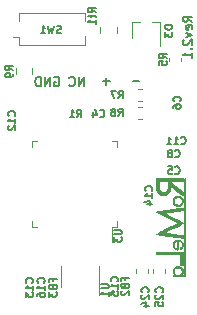
<source format=gbr>
G04 #@! TF.GenerationSoftware,KiCad,Pcbnew,(5.1.5)-2*
G04 #@! TF.CreationDate,2020-02-06T19:09:09-08:00*
G04 #@! TF.ProjectId,USB2RoMeLa_Boosted,55534232-526f-44d6-954c-615f426f6f73,rev?*
G04 #@! TF.SameCoordinates,Original*
G04 #@! TF.FileFunction,Legend,Bot*
G04 #@! TF.FilePolarity,Positive*
%FSLAX46Y46*%
G04 Gerber Fmt 4.6, Leading zero omitted, Abs format (unit mm)*
G04 Created by KiCad (PCBNEW (5.1.5)-2) date 2020-02-06 19:09:09*
%MOMM*%
%LPD*%
G04 APERTURE LIST*
%ADD10C,0.127000*%
%ADD11C,0.120000*%
%ADD12C,0.010000*%
G04 APERTURE END LIST*
D10*
X139298714Y-68344714D02*
X139298714Y-67582714D01*
X138863285Y-68344714D01*
X138863285Y-67582714D01*
X138065000Y-68272142D02*
X138101285Y-68308428D01*
X138210142Y-68344714D01*
X138282714Y-68344714D01*
X138391571Y-68308428D01*
X138464142Y-68235857D01*
X138500428Y-68163285D01*
X138536714Y-68018142D01*
X138536714Y-67909285D01*
X138500428Y-67764142D01*
X138464142Y-67691571D01*
X138391571Y-67619000D01*
X138282714Y-67582714D01*
X138210142Y-67582714D01*
X138101285Y-67619000D01*
X138065000Y-67655285D01*
X136780571Y-67619000D02*
X136853142Y-67582714D01*
X136962000Y-67582714D01*
X137070857Y-67619000D01*
X137143428Y-67691571D01*
X137179714Y-67764142D01*
X137216000Y-67909285D01*
X137216000Y-68018142D01*
X137179714Y-68163285D01*
X137143428Y-68235857D01*
X137070857Y-68308428D01*
X136962000Y-68344714D01*
X136889428Y-68344714D01*
X136780571Y-68308428D01*
X136744285Y-68272142D01*
X136744285Y-68018142D01*
X136889428Y-68018142D01*
X136417714Y-68344714D02*
X136417714Y-67582714D01*
X135982285Y-68344714D01*
X135982285Y-67582714D01*
X135619428Y-68344714D02*
X135619428Y-67582714D01*
X135438000Y-67582714D01*
X135329142Y-67619000D01*
X135256571Y-67691571D01*
X135220285Y-67764142D01*
X135184000Y-67909285D01*
X135184000Y-68018142D01*
X135220285Y-68163285D01*
X135256571Y-68235857D01*
X135329142Y-68308428D01*
X135438000Y-68344714D01*
X135619428Y-68344714D01*
X143990285Y-67954428D02*
X143409714Y-67954428D01*
X141490285Y-67954428D02*
X140909714Y-67954428D01*
X141200000Y-68244714D02*
X141200000Y-67664142D01*
X148444714Y-62911857D02*
X148081857Y-62657857D01*
X148444714Y-62476428D02*
X147682714Y-62476428D01*
X147682714Y-62766714D01*
X147719000Y-62839285D01*
X147755285Y-62875571D01*
X147827857Y-62911857D01*
X147936714Y-62911857D01*
X148009285Y-62875571D01*
X148045571Y-62839285D01*
X148081857Y-62766714D01*
X148081857Y-62476428D01*
X148408428Y-63528714D02*
X148444714Y-63456142D01*
X148444714Y-63311000D01*
X148408428Y-63238428D01*
X148335857Y-63202142D01*
X148045571Y-63202142D01*
X147973000Y-63238428D01*
X147936714Y-63311000D01*
X147936714Y-63456142D01*
X147973000Y-63528714D01*
X148045571Y-63565000D01*
X148118142Y-63565000D01*
X148190714Y-63202142D01*
X147936714Y-63819000D02*
X148444714Y-64000428D01*
X147936714Y-64181857D01*
X147755285Y-64435857D02*
X147719000Y-64472142D01*
X147682714Y-64544714D01*
X147682714Y-64726142D01*
X147719000Y-64798714D01*
X147755285Y-64835000D01*
X147827857Y-64871285D01*
X147900428Y-64871285D01*
X148009285Y-64835000D01*
X148444714Y-64399571D01*
X148444714Y-64871285D01*
X148372142Y-65197857D02*
X148408428Y-65234142D01*
X148444714Y-65197857D01*
X148408428Y-65161571D01*
X148372142Y-65197857D01*
X148444714Y-65197857D01*
X148444714Y-65959857D02*
X148444714Y-65524428D01*
X148444714Y-65742142D02*
X147682714Y-65742142D01*
X147791571Y-65669571D01*
X147864142Y-65597000D01*
X147900428Y-65524428D01*
D11*
X141660000Y-80260000D02*
X141660000Y-81550000D01*
X142110000Y-80260000D02*
X141660000Y-80260000D01*
X142110000Y-79810000D02*
X142110000Y-80260000D01*
X142110000Y-73040000D02*
X141660000Y-73040000D01*
X142110000Y-73490000D02*
X142110000Y-73040000D01*
X134890000Y-80260000D02*
X135340000Y-80260000D01*
X134890000Y-79810000D02*
X134890000Y-80260000D01*
X134890000Y-73040000D02*
X135340000Y-73040000D01*
X134890000Y-73490000D02*
X134890000Y-73040000D01*
X143391200Y-64297020D02*
X143391200Y-62887020D01*
X145711200Y-62887020D02*
X145711200Y-64917020D01*
X145711200Y-62887020D02*
X145051200Y-62887020D01*
X144051200Y-62887020D02*
X143391200Y-62887020D01*
X139360000Y-62880000D02*
X139360000Y-62170000D01*
X133839000Y-62880000D02*
X133839000Y-62170000D01*
X139360000Y-64830000D02*
X139360000Y-64120000D01*
X133839000Y-64830000D02*
X139360000Y-64830000D01*
X133839000Y-64830000D02*
X133839000Y-64180000D01*
X133260000Y-64180000D02*
X133839000Y-64180000D01*
X133839000Y-62170000D02*
X139360000Y-62170000D01*
X140610000Y-83600000D02*
X140610000Y-86050000D01*
X137390000Y-85400000D02*
X137390000Y-83600000D01*
X142110000Y-63341422D02*
X142110000Y-63858578D01*
X140690000Y-63341422D02*
X140690000Y-63858578D01*
X133511500Y-67335078D02*
X133511500Y-66817922D01*
X134931500Y-67335078D02*
X134931500Y-66817922D01*
X143850421Y-70084400D02*
X144175979Y-70084400D01*
X143850421Y-71104400D02*
X144175979Y-71104400D01*
X143850421Y-68585800D02*
X144175979Y-68585800D01*
X143850421Y-69605800D02*
X144175979Y-69605800D01*
X147510000Y-65937221D02*
X147510000Y-66262779D01*
X146490000Y-65937221D02*
X146490000Y-66262779D01*
X145141500Y-84142979D02*
X145141500Y-83817421D01*
X146161500Y-84142979D02*
X146161500Y-83817421D01*
X143681000Y-84142979D02*
X143681000Y-83817421D01*
X144701000Y-84142979D02*
X144701000Y-83817421D01*
D12*
G36*
X147789003Y-80803629D02*
G01*
X147789026Y-81256085D01*
X147789086Y-81669694D01*
X147789201Y-82046201D01*
X147789388Y-82387349D01*
X147789665Y-82694881D01*
X147790050Y-82970541D01*
X147790561Y-83216072D01*
X147791215Y-83433219D01*
X147792031Y-83623724D01*
X147793025Y-83789331D01*
X147794216Y-83931784D01*
X147795622Y-84052826D01*
X147797260Y-84154200D01*
X147799147Y-84237652D01*
X147801302Y-84304922D01*
X147803743Y-84357757D01*
X147806487Y-84397898D01*
X147809552Y-84427089D01*
X147812955Y-84447075D01*
X147816715Y-84459598D01*
X147820849Y-84466402D01*
X147825375Y-84469231D01*
X147830310Y-84469828D01*
X147831333Y-84469834D01*
X147836351Y-84469471D01*
X147840956Y-84467220D01*
X147845166Y-84461337D01*
X147848998Y-84450079D01*
X147852470Y-84431702D01*
X147855600Y-84404463D01*
X147858406Y-84366618D01*
X147860905Y-84316424D01*
X147863115Y-84252136D01*
X147865054Y-84172013D01*
X147866740Y-84074309D01*
X147868190Y-83957281D01*
X147869422Y-83819187D01*
X147870454Y-83658281D01*
X147871303Y-83472822D01*
X147871988Y-83261064D01*
X147872525Y-83021266D01*
X147872934Y-82751682D01*
X147873231Y-82450570D01*
X147873435Y-82116187D01*
X147873562Y-81746787D01*
X147873631Y-81340629D01*
X147873660Y-80895968D01*
X147873666Y-80411061D01*
X147873666Y-80310584D01*
X147873662Y-79817538D01*
X147873640Y-79365082D01*
X147873580Y-78951473D01*
X147873465Y-78574966D01*
X147873278Y-78233818D01*
X147873001Y-77926286D01*
X147872616Y-77650626D01*
X147872105Y-77405095D01*
X147871450Y-77187948D01*
X147870635Y-76997443D01*
X147869640Y-76831836D01*
X147868449Y-76689383D01*
X147867044Y-76568341D01*
X147865406Y-76466967D01*
X147863518Y-76383515D01*
X147861363Y-76316245D01*
X147858922Y-76263410D01*
X147856179Y-76223269D01*
X147853114Y-76194078D01*
X147849710Y-76174092D01*
X147845951Y-76161569D01*
X147841817Y-76154765D01*
X147837291Y-76151936D01*
X147832356Y-76151339D01*
X147831333Y-76151334D01*
X147826315Y-76151696D01*
X147821709Y-76153947D01*
X147817500Y-76159830D01*
X147813668Y-76171088D01*
X147810195Y-76189465D01*
X147807065Y-76216704D01*
X147804259Y-76254549D01*
X147801760Y-76304743D01*
X147799550Y-76369031D01*
X147797611Y-76449154D01*
X147795926Y-76546858D01*
X147794476Y-76663886D01*
X147793244Y-76801980D01*
X147792212Y-76962886D01*
X147791363Y-77148345D01*
X147790678Y-77360103D01*
X147790140Y-77599901D01*
X147789732Y-77869485D01*
X147789435Y-78170597D01*
X147789231Y-78504980D01*
X147789104Y-78874380D01*
X147789034Y-79280538D01*
X147789006Y-79725199D01*
X147789000Y-80210106D01*
X147789000Y-80310584D01*
X147789003Y-80803629D01*
G37*
X147789003Y-80803629D02*
X147789026Y-81256085D01*
X147789086Y-81669694D01*
X147789201Y-82046201D01*
X147789388Y-82387349D01*
X147789665Y-82694881D01*
X147790050Y-82970541D01*
X147790561Y-83216072D01*
X147791215Y-83433219D01*
X147792031Y-83623724D01*
X147793025Y-83789331D01*
X147794216Y-83931784D01*
X147795622Y-84052826D01*
X147797260Y-84154200D01*
X147799147Y-84237652D01*
X147801302Y-84304922D01*
X147803743Y-84357757D01*
X147806487Y-84397898D01*
X147809552Y-84427089D01*
X147812955Y-84447075D01*
X147816715Y-84459598D01*
X147820849Y-84466402D01*
X147825375Y-84469231D01*
X147830310Y-84469828D01*
X147831333Y-84469834D01*
X147836351Y-84469471D01*
X147840956Y-84467220D01*
X147845166Y-84461337D01*
X147848998Y-84450079D01*
X147852470Y-84431702D01*
X147855600Y-84404463D01*
X147858406Y-84366618D01*
X147860905Y-84316424D01*
X147863115Y-84252136D01*
X147865054Y-84172013D01*
X147866740Y-84074309D01*
X147868190Y-83957281D01*
X147869422Y-83819187D01*
X147870454Y-83658281D01*
X147871303Y-83472822D01*
X147871988Y-83261064D01*
X147872525Y-83021266D01*
X147872934Y-82751682D01*
X147873231Y-82450570D01*
X147873435Y-82116187D01*
X147873562Y-81746787D01*
X147873631Y-81340629D01*
X147873660Y-80895968D01*
X147873666Y-80411061D01*
X147873666Y-80310584D01*
X147873662Y-79817538D01*
X147873640Y-79365082D01*
X147873580Y-78951473D01*
X147873465Y-78574966D01*
X147873278Y-78233818D01*
X147873001Y-77926286D01*
X147872616Y-77650626D01*
X147872105Y-77405095D01*
X147871450Y-77187948D01*
X147870635Y-76997443D01*
X147869640Y-76831836D01*
X147868449Y-76689383D01*
X147867044Y-76568341D01*
X147865406Y-76466967D01*
X147863518Y-76383515D01*
X147861363Y-76316245D01*
X147858922Y-76263410D01*
X147856179Y-76223269D01*
X147853114Y-76194078D01*
X147849710Y-76174092D01*
X147845951Y-76161569D01*
X147841817Y-76154765D01*
X147837291Y-76151936D01*
X147832356Y-76151339D01*
X147831333Y-76151334D01*
X147826315Y-76151696D01*
X147821709Y-76153947D01*
X147817500Y-76159830D01*
X147813668Y-76171088D01*
X147810195Y-76189465D01*
X147807065Y-76216704D01*
X147804259Y-76254549D01*
X147801760Y-76304743D01*
X147799550Y-76369031D01*
X147797611Y-76449154D01*
X147795926Y-76546858D01*
X147794476Y-76663886D01*
X147793244Y-76801980D01*
X147792212Y-76962886D01*
X147791363Y-77148345D01*
X147790678Y-77360103D01*
X147790140Y-77599901D01*
X147789732Y-77869485D01*
X147789435Y-78170597D01*
X147789231Y-78504980D01*
X147789104Y-78874380D01*
X147789034Y-79280538D01*
X147789006Y-79725199D01*
X147789000Y-80210106D01*
X147789000Y-80310584D01*
X147789003Y-80803629D01*
G36*
X145402648Y-76622292D02*
G01*
X145407644Y-76800593D01*
X145414302Y-76942734D01*
X145423962Y-77054885D01*
X145437961Y-77143219D01*
X145457635Y-77213907D01*
X145484324Y-77273121D01*
X145519365Y-77327031D01*
X145564096Y-77381811D01*
X145568328Y-77386637D01*
X145675325Y-77484996D01*
X145793785Y-77546172D01*
X145931930Y-77573789D01*
X145998511Y-77576252D01*
X146161442Y-77558830D01*
X146301640Y-77508006D01*
X146416383Y-77424889D01*
X146445303Y-77393978D01*
X146506057Y-77310449D01*
X146551428Y-77215848D01*
X146585615Y-77099361D01*
X146609745Y-76970389D01*
X146635416Y-76805194D01*
X147132833Y-77190141D01*
X147259597Y-77288259D01*
X147376225Y-77378562D01*
X147478309Y-77457634D01*
X147561441Y-77522060D01*
X147621211Y-77568423D01*
X147653211Y-77593309D01*
X147656708Y-77596052D01*
X147671210Y-77598480D01*
X147679490Y-77573162D01*
X147682880Y-77514125D01*
X147683166Y-77477435D01*
X147683166Y-77337853D01*
X147154723Y-76929802D01*
X147007308Y-76815747D01*
X146890094Y-76724271D01*
X146799634Y-76652266D01*
X146732479Y-76596625D01*
X146685182Y-76554239D01*
X146654292Y-76522002D01*
X146636363Y-76496807D01*
X146627946Y-76475545D01*
X146625592Y-76455109D01*
X146625557Y-76452959D01*
X146624833Y-76384167D01*
X147683166Y-76384167D01*
X147683166Y-76151334D01*
X146392000Y-76151334D01*
X146392000Y-76384167D01*
X146391881Y-76685792D01*
X146390309Y-76801839D01*
X146386082Y-76909276D01*
X146379798Y-76997751D01*
X146372056Y-77056914D01*
X146369901Y-77066135D01*
X146318400Y-77178384D01*
X146236924Y-77265229D01*
X146132377Y-77321379D01*
X146011659Y-77341549D01*
X146010382Y-77341551D01*
X145884849Y-77322868D01*
X145778589Y-77268540D01*
X145696902Y-77181517D01*
X145676191Y-77148551D01*
X145661128Y-77116826D01*
X145650641Y-77078884D01*
X145643659Y-77027265D01*
X145639110Y-76954508D01*
X145635921Y-76853156D01*
X145633507Y-76740325D01*
X145626431Y-76384167D01*
X146392000Y-76384167D01*
X146392000Y-76151334D01*
X145391707Y-76151334D01*
X145402648Y-76622292D01*
G37*
X145402648Y-76622292D02*
X145407644Y-76800593D01*
X145414302Y-76942734D01*
X145423962Y-77054885D01*
X145437961Y-77143219D01*
X145457635Y-77213907D01*
X145484324Y-77273121D01*
X145519365Y-77327031D01*
X145564096Y-77381811D01*
X145568328Y-77386637D01*
X145675325Y-77484996D01*
X145793785Y-77546172D01*
X145931930Y-77573789D01*
X145998511Y-77576252D01*
X146161442Y-77558830D01*
X146301640Y-77508006D01*
X146416383Y-77424889D01*
X146445303Y-77393978D01*
X146506057Y-77310449D01*
X146551428Y-77215848D01*
X146585615Y-77099361D01*
X146609745Y-76970389D01*
X146635416Y-76805194D01*
X147132833Y-77190141D01*
X147259597Y-77288259D01*
X147376225Y-77378562D01*
X147478309Y-77457634D01*
X147561441Y-77522060D01*
X147621211Y-77568423D01*
X147653211Y-77593309D01*
X147656708Y-77596052D01*
X147671210Y-77598480D01*
X147679490Y-77573162D01*
X147682880Y-77514125D01*
X147683166Y-77477435D01*
X147683166Y-77337853D01*
X147154723Y-76929802D01*
X147007308Y-76815747D01*
X146890094Y-76724271D01*
X146799634Y-76652266D01*
X146732479Y-76596625D01*
X146685182Y-76554239D01*
X146654292Y-76522002D01*
X146636363Y-76496807D01*
X146627946Y-76475545D01*
X146625592Y-76455109D01*
X146625557Y-76452959D01*
X146624833Y-76384167D01*
X147683166Y-76384167D01*
X147683166Y-76151334D01*
X146392000Y-76151334D01*
X146392000Y-76384167D01*
X146391881Y-76685792D01*
X146390309Y-76801839D01*
X146386082Y-76909276D01*
X146379798Y-76997751D01*
X146372056Y-77056914D01*
X146369901Y-77066135D01*
X146318400Y-77178384D01*
X146236924Y-77265229D01*
X146132377Y-77321379D01*
X146011659Y-77341549D01*
X146010382Y-77341551D01*
X145884849Y-77322868D01*
X145778589Y-77268540D01*
X145696902Y-77181517D01*
X145676191Y-77148551D01*
X145661128Y-77116826D01*
X145650641Y-77078884D01*
X145643659Y-77027265D01*
X145639110Y-76954508D01*
X145635921Y-76853156D01*
X145633507Y-76740325D01*
X145626431Y-76384167D01*
X146392000Y-76384167D01*
X146392000Y-76151334D01*
X145391707Y-76151334D01*
X145402648Y-76622292D01*
G36*
X146798683Y-78067202D02*
G01*
X146800365Y-78092053D01*
X146817967Y-78201653D01*
X146850439Y-78287662D01*
X146855030Y-78295485D01*
X146937991Y-78392731D01*
X147042405Y-78458996D01*
X147160187Y-78493624D01*
X147283253Y-78495961D01*
X147403519Y-78465352D01*
X147512899Y-78401141D01*
X147563995Y-78352928D01*
X147640934Y-78239995D01*
X147676732Y-78118045D01*
X147670998Y-77989002D01*
X147652161Y-77921656D01*
X147592595Y-77813898D01*
X147499661Y-77721387D01*
X147420327Y-77671155D01*
X147356066Y-77645333D01*
X147285703Y-77635231D01*
X147268134Y-77635616D01*
X147268134Y-77740048D01*
X147370699Y-77766609D01*
X147461247Y-77822741D01*
X147529595Y-77905612D01*
X147535779Y-77917135D01*
X147567353Y-78017913D01*
X147567233Y-78123059D01*
X147536153Y-78217841D01*
X147519506Y-78243960D01*
X147432019Y-78331608D01*
X147331661Y-78382056D01*
X147225390Y-78395508D01*
X147120162Y-78372164D01*
X147022936Y-78312229D01*
X146948128Y-78227325D01*
X146906247Y-78130658D01*
X146902974Y-78028886D01*
X146936383Y-77929105D01*
X147004545Y-77838416D01*
X147067675Y-77786962D01*
X147163732Y-77745888D01*
X147268134Y-77740048D01*
X147268134Y-77635616D01*
X147203804Y-77637027D01*
X147067906Y-77664097D01*
X146955470Y-77726351D01*
X146866903Y-77823535D01*
X146841575Y-77865834D01*
X146811735Y-77930492D01*
X146798669Y-77990860D01*
X146798683Y-78067202D01*
G37*
X146798683Y-78067202D02*
X146800365Y-78092053D01*
X146817967Y-78201653D01*
X146850439Y-78287662D01*
X146855030Y-78295485D01*
X146937991Y-78392731D01*
X147042405Y-78458996D01*
X147160187Y-78493624D01*
X147283253Y-78495961D01*
X147403519Y-78465352D01*
X147512899Y-78401141D01*
X147563995Y-78352928D01*
X147640934Y-78239995D01*
X147676732Y-78118045D01*
X147670998Y-77989002D01*
X147652161Y-77921656D01*
X147592595Y-77813898D01*
X147499661Y-77721387D01*
X147420327Y-77671155D01*
X147356066Y-77645333D01*
X147285703Y-77635231D01*
X147268134Y-77635616D01*
X147268134Y-77740048D01*
X147370699Y-77766609D01*
X147461247Y-77822741D01*
X147529595Y-77905612D01*
X147535779Y-77917135D01*
X147567353Y-78017913D01*
X147567233Y-78123059D01*
X147536153Y-78217841D01*
X147519506Y-78243960D01*
X147432019Y-78331608D01*
X147331661Y-78382056D01*
X147225390Y-78395508D01*
X147120162Y-78372164D01*
X147022936Y-78312229D01*
X146948128Y-78227325D01*
X146906247Y-78130658D01*
X146902974Y-78028886D01*
X146936383Y-77929105D01*
X147004545Y-77838416D01*
X147067675Y-77786962D01*
X147163732Y-77745888D01*
X147268134Y-77740048D01*
X147268134Y-77635616D01*
X147203804Y-77637027D01*
X147067906Y-77664097D01*
X146955470Y-77726351D01*
X146866903Y-77823535D01*
X146841575Y-77865834D01*
X146811735Y-77930492D01*
X146798669Y-77990860D01*
X146798683Y-78067202D01*
G36*
X145415581Y-78997006D02*
G01*
X145468407Y-79026197D01*
X145552014Y-79070257D01*
X145662776Y-79127334D01*
X145797062Y-79195574D01*
X145951244Y-79273122D01*
X146121695Y-79358125D01*
X146304784Y-79448730D01*
X146333791Y-79463023D01*
X147270416Y-79924275D01*
X146329922Y-80387668D01*
X146128475Y-80487475D01*
X145946203Y-80578882D01*
X145785872Y-80660441D01*
X145650247Y-80730706D01*
X145542095Y-80788227D01*
X145464182Y-80831560D01*
X145419274Y-80859254D01*
X145409172Y-80869474D01*
X145433403Y-80875935D01*
X145495540Y-80887560D01*
X145591555Y-80903722D01*
X145717418Y-80923793D01*
X145869101Y-80947146D01*
X146042573Y-80973154D01*
X146233807Y-81001189D01*
X146438772Y-81030623D01*
X146497833Y-81038996D01*
X146707431Y-81068694D01*
X146905691Y-81096913D01*
X147088392Y-81123046D01*
X147251314Y-81146481D01*
X147390237Y-81166610D01*
X147500941Y-81182823D01*
X147579206Y-81194510D01*
X147620813Y-81201061D01*
X147624958Y-81201818D01*
X147659120Y-81206606D01*
X147676340Y-81196625D01*
X147682421Y-81162257D01*
X147683166Y-81105351D01*
X147678020Y-81032983D01*
X147663617Y-80993040D01*
X147656708Y-80988007D01*
X147630360Y-80983133D01*
X147566871Y-80973255D01*
X147471049Y-80959064D01*
X147347701Y-80941255D01*
X147201634Y-80920520D01*
X147037655Y-80897555D01*
X146860572Y-80873052D01*
X146847902Y-80871310D01*
X146671137Y-80846887D01*
X146508044Y-80824109D01*
X146363268Y-80803643D01*
X146241449Y-80786156D01*
X146147230Y-80772314D01*
X146085254Y-80762785D01*
X146060161Y-80758236D01*
X146059870Y-80758093D01*
X146077020Y-80747905D01*
X146128364Y-80721094D01*
X146210046Y-80679589D01*
X146318208Y-80625320D01*
X146448994Y-80560218D01*
X146598547Y-80486211D01*
X146763010Y-80405230D01*
X146868676Y-80353394D01*
X147070580Y-80253791D01*
X147247728Y-80164991D01*
X147397863Y-80088182D01*
X147518730Y-80024551D01*
X147608072Y-79975287D01*
X147663634Y-79941578D01*
X147683159Y-79924612D01*
X147683166Y-79924454D01*
X147664386Y-79907837D01*
X147609557Y-79874417D01*
X147520946Y-79825390D01*
X147400822Y-79761954D01*
X147251450Y-79685304D01*
X147075099Y-79596637D01*
X146874036Y-79497149D01*
X146865688Y-79493048D01*
X146693828Y-79408383D01*
X146534604Y-79329437D01*
X146391852Y-79258151D01*
X146269408Y-79196463D01*
X146171106Y-79146312D01*
X146100782Y-79109636D01*
X146062273Y-79088375D01*
X146056063Y-79083776D01*
X146077648Y-79079550D01*
X146135608Y-79070440D01*
X146224364Y-79057223D01*
X146338337Y-79040675D01*
X146471948Y-79021572D01*
X146619620Y-79000690D01*
X146775773Y-78978804D01*
X146934829Y-78956692D01*
X147091208Y-78935128D01*
X147239333Y-78914890D01*
X147373625Y-78896752D01*
X147488504Y-78881492D01*
X147578393Y-78869885D01*
X147637713Y-78862706D01*
X147659932Y-78860667D01*
X147674160Y-78841149D01*
X147682147Y-78788774D01*
X147683166Y-78754834D01*
X147681227Y-78691794D01*
X147672204Y-78660330D01*
X147651285Y-78649745D01*
X147635541Y-78648939D01*
X147606691Y-78651829D01*
X147540839Y-78660062D01*
X147442884Y-78672951D01*
X147317725Y-78689807D01*
X147170260Y-78709943D01*
X147005390Y-78732669D01*
X146828013Y-78757297D01*
X146643028Y-78783141D01*
X146455334Y-78809510D01*
X146269831Y-78835717D01*
X146091417Y-78861075D01*
X145924992Y-78884893D01*
X145775455Y-78906486D01*
X145647705Y-78925163D01*
X145546641Y-78940238D01*
X145477161Y-78951022D01*
X145444791Y-78956683D01*
X145407688Y-78971419D01*
X145397166Y-78984539D01*
X145415581Y-78997006D01*
G37*
X145415581Y-78997006D02*
X145468407Y-79026197D01*
X145552014Y-79070257D01*
X145662776Y-79127334D01*
X145797062Y-79195574D01*
X145951244Y-79273122D01*
X146121695Y-79358125D01*
X146304784Y-79448730D01*
X146333791Y-79463023D01*
X147270416Y-79924275D01*
X146329922Y-80387668D01*
X146128475Y-80487475D01*
X145946203Y-80578882D01*
X145785872Y-80660441D01*
X145650247Y-80730706D01*
X145542095Y-80788227D01*
X145464182Y-80831560D01*
X145419274Y-80859254D01*
X145409172Y-80869474D01*
X145433403Y-80875935D01*
X145495540Y-80887560D01*
X145591555Y-80903722D01*
X145717418Y-80923793D01*
X145869101Y-80947146D01*
X146042573Y-80973154D01*
X146233807Y-81001189D01*
X146438772Y-81030623D01*
X146497833Y-81038996D01*
X146707431Y-81068694D01*
X146905691Y-81096913D01*
X147088392Y-81123046D01*
X147251314Y-81146481D01*
X147390237Y-81166610D01*
X147500941Y-81182823D01*
X147579206Y-81194510D01*
X147620813Y-81201061D01*
X147624958Y-81201818D01*
X147659120Y-81206606D01*
X147676340Y-81196625D01*
X147682421Y-81162257D01*
X147683166Y-81105351D01*
X147678020Y-81032983D01*
X147663617Y-80993040D01*
X147656708Y-80988007D01*
X147630360Y-80983133D01*
X147566871Y-80973255D01*
X147471049Y-80959064D01*
X147347701Y-80941255D01*
X147201634Y-80920520D01*
X147037655Y-80897555D01*
X146860572Y-80873052D01*
X146847902Y-80871310D01*
X146671137Y-80846887D01*
X146508044Y-80824109D01*
X146363268Y-80803643D01*
X146241449Y-80786156D01*
X146147230Y-80772314D01*
X146085254Y-80762785D01*
X146060161Y-80758236D01*
X146059870Y-80758093D01*
X146077020Y-80747905D01*
X146128364Y-80721094D01*
X146210046Y-80679589D01*
X146318208Y-80625320D01*
X146448994Y-80560218D01*
X146598547Y-80486211D01*
X146763010Y-80405230D01*
X146868676Y-80353394D01*
X147070580Y-80253791D01*
X147247728Y-80164991D01*
X147397863Y-80088182D01*
X147518730Y-80024551D01*
X147608072Y-79975287D01*
X147663634Y-79941578D01*
X147683159Y-79924612D01*
X147683166Y-79924454D01*
X147664386Y-79907837D01*
X147609557Y-79874417D01*
X147520946Y-79825390D01*
X147400822Y-79761954D01*
X147251450Y-79685304D01*
X147075099Y-79596637D01*
X146874036Y-79497149D01*
X146865688Y-79493048D01*
X146693828Y-79408383D01*
X146534604Y-79329437D01*
X146391852Y-79258151D01*
X146269408Y-79196463D01*
X146171106Y-79146312D01*
X146100782Y-79109636D01*
X146062273Y-79088375D01*
X146056063Y-79083776D01*
X146077648Y-79079550D01*
X146135608Y-79070440D01*
X146224364Y-79057223D01*
X146338337Y-79040675D01*
X146471948Y-79021572D01*
X146619620Y-79000690D01*
X146775773Y-78978804D01*
X146934829Y-78956692D01*
X147091208Y-78935128D01*
X147239333Y-78914890D01*
X147373625Y-78896752D01*
X147488504Y-78881492D01*
X147578393Y-78869885D01*
X147637713Y-78862706D01*
X147659932Y-78860667D01*
X147674160Y-78841149D01*
X147682147Y-78788774D01*
X147683166Y-78754834D01*
X147681227Y-78691794D01*
X147672204Y-78660330D01*
X147651285Y-78649745D01*
X147635541Y-78648939D01*
X147606691Y-78651829D01*
X147540839Y-78660062D01*
X147442884Y-78672951D01*
X147317725Y-78689807D01*
X147170260Y-78709943D01*
X147005390Y-78732669D01*
X146828013Y-78757297D01*
X146643028Y-78783141D01*
X146455334Y-78809510D01*
X146269831Y-78835717D01*
X146091417Y-78861075D01*
X145924992Y-78884893D01*
X145775455Y-78906486D01*
X145647705Y-78925163D01*
X145546641Y-78940238D01*
X145477161Y-78951022D01*
X145444791Y-78956683D01*
X145407688Y-78971419D01*
X145397166Y-78984539D01*
X145415581Y-78997006D01*
G36*
X146807492Y-81876450D02*
G01*
X146854087Y-81995632D01*
X146934991Y-82093054D01*
X147047200Y-82164159D01*
X147088366Y-82180315D01*
X147140277Y-82198031D01*
X147178627Y-82207182D01*
X147205463Y-82202888D01*
X147222835Y-82180269D01*
X147232793Y-82134444D01*
X147237385Y-82060532D01*
X147238661Y-81953653D01*
X147238666Y-81822318D01*
X147238666Y-81439637D01*
X147307458Y-81454346D01*
X147419328Y-81496676D01*
X147503293Y-81565341D01*
X147557250Y-81653111D01*
X147579091Y-81752756D01*
X147566712Y-81857046D01*
X147518007Y-81958752D01*
X147470799Y-82015201D01*
X147421118Y-82075131D01*
X147400747Y-82123289D01*
X147410762Y-82154147D01*
X147442014Y-82162667D01*
X147484566Y-82145244D01*
X147536276Y-82099990D01*
X147588377Y-82037426D01*
X147632104Y-81968073D01*
X147658641Y-81902652D01*
X147677786Y-81807825D01*
X147679089Y-81731923D01*
X147662090Y-81655268D01*
X147652161Y-81625822D01*
X147590768Y-81511348D01*
X147501997Y-81424177D01*
X147392867Y-81366937D01*
X147270402Y-81342260D01*
X147141623Y-81352775D01*
X147130040Y-81356906D01*
X147130040Y-81464167D01*
X147140494Y-81480632D01*
X147147840Y-81531654D01*
X147152268Y-81619670D01*
X147153968Y-81747121D01*
X147154000Y-81771084D01*
X147153051Y-81898305D01*
X147149940Y-81987871D01*
X147144264Y-82044421D01*
X147135625Y-82072596D01*
X147127541Y-82077921D01*
X147073989Y-82061332D01*
X147013445Y-82019393D01*
X146960044Y-81963435D01*
X146935347Y-81923842D01*
X146904059Y-81816348D01*
X146906983Y-81708075D01*
X146941644Y-81609172D01*
X147005568Y-81529787D01*
X147037043Y-81506834D01*
X147087922Y-81478998D01*
X147125501Y-81464680D01*
X147130040Y-81464167D01*
X147130040Y-81356906D01*
X147029734Y-81392685D01*
X146919802Y-81466039D01*
X146845989Y-81560163D01*
X146805861Y-81678710D01*
X146798211Y-81740069D01*
X146807492Y-81876450D01*
G37*
X146807492Y-81876450D02*
X146854087Y-81995632D01*
X146934991Y-82093054D01*
X147047200Y-82164159D01*
X147088366Y-82180315D01*
X147140277Y-82198031D01*
X147178627Y-82207182D01*
X147205463Y-82202888D01*
X147222835Y-82180269D01*
X147232793Y-82134444D01*
X147237385Y-82060532D01*
X147238661Y-81953653D01*
X147238666Y-81822318D01*
X147238666Y-81439637D01*
X147307458Y-81454346D01*
X147419328Y-81496676D01*
X147503293Y-81565341D01*
X147557250Y-81653111D01*
X147579091Y-81752756D01*
X147566712Y-81857046D01*
X147518007Y-81958752D01*
X147470799Y-82015201D01*
X147421118Y-82075131D01*
X147400747Y-82123289D01*
X147410762Y-82154147D01*
X147442014Y-82162667D01*
X147484566Y-82145244D01*
X147536276Y-82099990D01*
X147588377Y-82037426D01*
X147632104Y-81968073D01*
X147658641Y-81902652D01*
X147677786Y-81807825D01*
X147679089Y-81731923D01*
X147662090Y-81655268D01*
X147652161Y-81625822D01*
X147590768Y-81511348D01*
X147501997Y-81424177D01*
X147392867Y-81366937D01*
X147270402Y-81342260D01*
X147141623Y-81352775D01*
X147130040Y-81356906D01*
X147130040Y-81464167D01*
X147140494Y-81480632D01*
X147147840Y-81531654D01*
X147152268Y-81619670D01*
X147153968Y-81747121D01*
X147154000Y-81771084D01*
X147153051Y-81898305D01*
X147149940Y-81987871D01*
X147144264Y-82044421D01*
X147135625Y-82072596D01*
X147127541Y-82077921D01*
X147073989Y-82061332D01*
X147013445Y-82019393D01*
X146960044Y-81963435D01*
X146935347Y-81923842D01*
X146904059Y-81816348D01*
X146906983Y-81708075D01*
X146941644Y-81609172D01*
X147005568Y-81529787D01*
X147037043Y-81506834D01*
X147087922Y-81478998D01*
X147125501Y-81464680D01*
X147130040Y-81464167D01*
X147130040Y-81356906D01*
X147029734Y-81392685D01*
X146919802Y-81466039D01*
X146845989Y-81560163D01*
X146805861Y-81678710D01*
X146798211Y-81740069D01*
X146807492Y-81876450D01*
G36*
X147450333Y-82607167D02*
G01*
X147450333Y-83475000D01*
X147683166Y-83475000D01*
X147683166Y-82374334D01*
X145397166Y-82374334D01*
X145397166Y-82607167D01*
X147450333Y-82607167D01*
G37*
X147450333Y-82607167D02*
X147450333Y-83475000D01*
X147683166Y-83475000D01*
X147683166Y-82374334D01*
X145397166Y-82374334D01*
X145397166Y-82607167D01*
X147450333Y-82607167D01*
G36*
X146821631Y-84169500D02*
G01*
X146880762Y-84272102D01*
X146902987Y-84296969D01*
X146968523Y-84364000D01*
X146891928Y-84364000D01*
X146840750Y-84367655D01*
X146819340Y-84384297D01*
X146815333Y-84416917D01*
X146815333Y-84469834D01*
X147662000Y-84469834D01*
X147662000Y-84416917D01*
X147656679Y-84381507D01*
X147632489Y-84366733D01*
X147585723Y-84364000D01*
X147509447Y-84364000D01*
X147573985Y-84290495D01*
X147645849Y-84180285D01*
X147676903Y-84061469D01*
X147666499Y-83937241D01*
X147653964Y-83895901D01*
X147590839Y-83771437D01*
X147502624Y-83681068D01*
X147389354Y-83624819D01*
X147251067Y-83602715D01*
X147226692Y-83602348D01*
X147208304Y-83603909D01*
X147208304Y-83712130D01*
X147324393Y-83720660D01*
X147423494Y-83762218D01*
X147501237Y-83830123D01*
X147553254Y-83917698D01*
X147575178Y-84018262D01*
X147562639Y-84125135D01*
X147529360Y-84203047D01*
X147456617Y-84289516D01*
X147358853Y-84344520D01*
X147243312Y-84363999D01*
X147242195Y-84364000D01*
X147120892Y-84346093D01*
X147022393Y-84294805D01*
X146950859Y-84213785D01*
X146910446Y-84106682D01*
X146904809Y-84067942D01*
X146911547Y-83948246D01*
X146954011Y-83848452D01*
X147028611Y-83772771D01*
X147131757Y-83725411D01*
X147208304Y-83712130D01*
X147208304Y-83603909D01*
X147120839Y-83611339D01*
X147035408Y-83640498D01*
X147017297Y-83650153D01*
X146917417Y-83727916D01*
X146846481Y-83826818D01*
X146805919Y-83938773D01*
X146797159Y-84055695D01*
X146821631Y-84169500D01*
G37*
X146821631Y-84169500D02*
X146880762Y-84272102D01*
X146902987Y-84296969D01*
X146968523Y-84364000D01*
X146891928Y-84364000D01*
X146840750Y-84367655D01*
X146819340Y-84384297D01*
X146815333Y-84416917D01*
X146815333Y-84469834D01*
X147662000Y-84469834D01*
X147662000Y-84416917D01*
X147656679Y-84381507D01*
X147632489Y-84366733D01*
X147585723Y-84364000D01*
X147509447Y-84364000D01*
X147573985Y-84290495D01*
X147645849Y-84180285D01*
X147676903Y-84061469D01*
X147666499Y-83937241D01*
X147653964Y-83895901D01*
X147590839Y-83771437D01*
X147502624Y-83681068D01*
X147389354Y-83624819D01*
X147251067Y-83602715D01*
X147226692Y-83602348D01*
X147208304Y-83603909D01*
X147208304Y-83712130D01*
X147324393Y-83720660D01*
X147423494Y-83762218D01*
X147501237Y-83830123D01*
X147553254Y-83917698D01*
X147575178Y-84018262D01*
X147562639Y-84125135D01*
X147529360Y-84203047D01*
X147456617Y-84289516D01*
X147358853Y-84344520D01*
X147243312Y-84363999D01*
X147242195Y-84364000D01*
X147120892Y-84346093D01*
X147022393Y-84294805D01*
X146950859Y-84213785D01*
X146910446Y-84106682D01*
X146904809Y-84067942D01*
X146911547Y-83948246D01*
X146954011Y-83848452D01*
X147028611Y-83772771D01*
X147131757Y-83725411D01*
X147208304Y-83712130D01*
X147208304Y-83603909D01*
X147120839Y-83611339D01*
X147035408Y-83640498D01*
X147017297Y-83650153D01*
X146917417Y-83727916D01*
X146846481Y-83826818D01*
X146805919Y-83938773D01*
X146797159Y-84055695D01*
X146821631Y-84169500D01*
D10*
X141852261Y-80516190D02*
X142366309Y-80516190D01*
X142426785Y-80546428D01*
X142457023Y-80576666D01*
X142487261Y-80637142D01*
X142487261Y-80758095D01*
X142457023Y-80818571D01*
X142426785Y-80848809D01*
X142366309Y-80879047D01*
X141852261Y-80879047D01*
X141852261Y-81120952D02*
X141852261Y-81514047D01*
X142094166Y-81302380D01*
X142094166Y-81393095D01*
X142124404Y-81453571D01*
X142154642Y-81483809D01*
X142215119Y-81514047D01*
X142366309Y-81514047D01*
X142426785Y-81483809D01*
X142457023Y-81453571D01*
X142487261Y-81393095D01*
X142487261Y-81211666D01*
X142457023Y-81151190D01*
X142426785Y-81120952D01*
X146788461Y-63198329D02*
X146153461Y-63198329D01*
X146153461Y-63349520D01*
X146183700Y-63440234D01*
X146244176Y-63500710D01*
X146304652Y-63530948D01*
X146425604Y-63561186D01*
X146516319Y-63561186D01*
X146637271Y-63530948D01*
X146697747Y-63500710D01*
X146758223Y-63440234D01*
X146788461Y-63349520D01*
X146788461Y-63198329D01*
X146153461Y-63772853D02*
X146153461Y-64165948D01*
X146395366Y-63954281D01*
X146395366Y-64044996D01*
X146425604Y-64105472D01*
X146455842Y-64135710D01*
X146516319Y-64165948D01*
X146667509Y-64165948D01*
X146727985Y-64135710D01*
X146758223Y-64105472D01*
X146788461Y-64044996D01*
X146788461Y-63863567D01*
X146758223Y-63803091D01*
X146727985Y-63772853D01*
X135926785Y-84991785D02*
X135957023Y-84961547D01*
X135987261Y-84870833D01*
X135987261Y-84810357D01*
X135957023Y-84719642D01*
X135896547Y-84659166D01*
X135836071Y-84628928D01*
X135715119Y-84598690D01*
X135624404Y-84598690D01*
X135503452Y-84628928D01*
X135442976Y-84659166D01*
X135382500Y-84719642D01*
X135352261Y-84810357D01*
X135352261Y-84870833D01*
X135382500Y-84961547D01*
X135412738Y-84991785D01*
X135987261Y-85596547D02*
X135987261Y-85233690D01*
X135987261Y-85415119D02*
X135352261Y-85415119D01*
X135442976Y-85354642D01*
X135503452Y-85294166D01*
X135533690Y-85233690D01*
X135352261Y-86140833D02*
X135352261Y-86019880D01*
X135382500Y-85959404D01*
X135412738Y-85929166D01*
X135503452Y-85868690D01*
X135624404Y-85838452D01*
X135866309Y-85838452D01*
X135926785Y-85868690D01*
X135957023Y-85898928D01*
X135987261Y-85959404D01*
X135987261Y-86080357D01*
X135957023Y-86140833D01*
X135926785Y-86171071D01*
X135866309Y-86201309D01*
X135715119Y-86201309D01*
X135654642Y-86171071D01*
X135624404Y-86140833D01*
X135594166Y-86080357D01*
X135594166Y-85959404D01*
X135624404Y-85898928D01*
X135654642Y-85868690D01*
X135715119Y-85838452D01*
X137346666Y-63857023D02*
X137255952Y-63887261D01*
X137104761Y-63887261D01*
X137044285Y-63857023D01*
X137014047Y-63826785D01*
X136983809Y-63766309D01*
X136983809Y-63705833D01*
X137014047Y-63645357D01*
X137044285Y-63615119D01*
X137104761Y-63584880D01*
X137225714Y-63554642D01*
X137286190Y-63524404D01*
X137316428Y-63494166D01*
X137346666Y-63433690D01*
X137346666Y-63373214D01*
X137316428Y-63312738D01*
X137286190Y-63282500D01*
X137225714Y-63252261D01*
X137074523Y-63252261D01*
X136983809Y-63282500D01*
X136772142Y-63252261D02*
X136620952Y-63887261D01*
X136500000Y-63433690D01*
X136379047Y-63887261D01*
X136227857Y-63252261D01*
X135653333Y-63887261D02*
X136016190Y-63887261D01*
X135834761Y-63887261D02*
X135834761Y-63252261D01*
X135895238Y-63342976D01*
X135955714Y-63403452D01*
X136016190Y-63433690D01*
X138705833Y-70987261D02*
X138917500Y-70684880D01*
X139068690Y-70987261D02*
X139068690Y-70352261D01*
X138826785Y-70352261D01*
X138766309Y-70382500D01*
X138736071Y-70412738D01*
X138705833Y-70473214D01*
X138705833Y-70563928D01*
X138736071Y-70624404D01*
X138766309Y-70654642D01*
X138826785Y-70684880D01*
X139068690Y-70684880D01*
X138101071Y-70987261D02*
X138463928Y-70987261D01*
X138282500Y-70987261D02*
X138282500Y-70352261D01*
X138342976Y-70442976D01*
X138403452Y-70503452D01*
X138463928Y-70533690D01*
X136654642Y-84870833D02*
X136654642Y-84659166D01*
X136987261Y-84659166D02*
X136352261Y-84659166D01*
X136352261Y-84961547D01*
X136654642Y-85415119D02*
X136684880Y-85505833D01*
X136715119Y-85536071D01*
X136775595Y-85566309D01*
X136866309Y-85566309D01*
X136926785Y-85536071D01*
X136957023Y-85505833D01*
X136987261Y-85445357D01*
X136987261Y-85203452D01*
X136352261Y-85203452D01*
X136352261Y-85415119D01*
X136382500Y-85475595D01*
X136412738Y-85505833D01*
X136473214Y-85536071D01*
X136533690Y-85536071D01*
X136594166Y-85505833D01*
X136624404Y-85475595D01*
X136654642Y-85415119D01*
X136654642Y-85203452D01*
X136352261Y-85777976D02*
X136352261Y-86171071D01*
X136594166Y-85959404D01*
X136594166Y-86050119D01*
X136624404Y-86110595D01*
X136654642Y-86140833D01*
X136715119Y-86171071D01*
X136866309Y-86171071D01*
X136926785Y-86140833D01*
X136957023Y-86110595D01*
X136987261Y-86050119D01*
X136987261Y-85868690D01*
X136957023Y-85808214D01*
X136926785Y-85777976D01*
X142754642Y-84770833D02*
X142754642Y-84559166D01*
X143087261Y-84559166D02*
X142452261Y-84559166D01*
X142452261Y-84861547D01*
X142754642Y-85315119D02*
X142784880Y-85405833D01*
X142815119Y-85436071D01*
X142875595Y-85466309D01*
X142966309Y-85466309D01*
X143026785Y-85436071D01*
X143057023Y-85405833D01*
X143087261Y-85345357D01*
X143087261Y-85103452D01*
X142452261Y-85103452D01*
X142452261Y-85315119D01*
X142482500Y-85375595D01*
X142512738Y-85405833D01*
X142573214Y-85436071D01*
X142633690Y-85436071D01*
X142694166Y-85405833D01*
X142724404Y-85375595D01*
X142754642Y-85315119D01*
X142754642Y-85103452D01*
X142512738Y-85708214D02*
X142482500Y-85738452D01*
X142452261Y-85798928D01*
X142452261Y-85950119D01*
X142482500Y-86010595D01*
X142512738Y-86040833D01*
X142573214Y-86071071D01*
X142633690Y-86071071D01*
X142724404Y-86040833D01*
X143087261Y-85677976D01*
X143087261Y-86071071D01*
X142126785Y-84891785D02*
X142157023Y-84861547D01*
X142187261Y-84770833D01*
X142187261Y-84710357D01*
X142157023Y-84619642D01*
X142096547Y-84559166D01*
X142036071Y-84528928D01*
X141915119Y-84498690D01*
X141824404Y-84498690D01*
X141703452Y-84528928D01*
X141642976Y-84559166D01*
X141582500Y-84619642D01*
X141552261Y-84710357D01*
X141552261Y-84770833D01*
X141582500Y-84861547D01*
X141612738Y-84891785D01*
X142187261Y-85496547D02*
X142187261Y-85133690D01*
X142187261Y-85315119D02*
X141552261Y-85315119D01*
X141642976Y-85254642D01*
X141703452Y-85194166D01*
X141733690Y-85133690D01*
X141552261Y-86071071D02*
X141552261Y-85768690D01*
X141854642Y-85738452D01*
X141824404Y-85768690D01*
X141794166Y-85829166D01*
X141794166Y-85980357D01*
X141824404Y-86040833D01*
X141854642Y-86071071D01*
X141915119Y-86101309D01*
X142066309Y-86101309D01*
X142126785Y-86071071D01*
X142157023Y-86040833D01*
X142187261Y-85980357D01*
X142187261Y-85829166D01*
X142157023Y-85768690D01*
X142126785Y-85738452D01*
X145026785Y-77191785D02*
X145057023Y-77161547D01*
X145087261Y-77070833D01*
X145087261Y-77010357D01*
X145057023Y-76919642D01*
X144996547Y-76859166D01*
X144936071Y-76828928D01*
X144815119Y-76798690D01*
X144724404Y-76798690D01*
X144603452Y-76828928D01*
X144542976Y-76859166D01*
X144482500Y-76919642D01*
X144452261Y-77010357D01*
X144452261Y-77070833D01*
X144482500Y-77161547D01*
X144512738Y-77191785D01*
X145087261Y-77796547D02*
X145087261Y-77433690D01*
X145087261Y-77615119D02*
X144452261Y-77615119D01*
X144542976Y-77554642D01*
X144603452Y-77494166D01*
X144633690Y-77433690D01*
X144663928Y-78340833D02*
X145087261Y-78340833D01*
X144422023Y-78189642D02*
X144875595Y-78038452D01*
X144875595Y-78431547D01*
X134926785Y-84991785D02*
X134957023Y-84961547D01*
X134987261Y-84870833D01*
X134987261Y-84810357D01*
X134957023Y-84719642D01*
X134896547Y-84659166D01*
X134836071Y-84628928D01*
X134715119Y-84598690D01*
X134624404Y-84598690D01*
X134503452Y-84628928D01*
X134442976Y-84659166D01*
X134382500Y-84719642D01*
X134352261Y-84810357D01*
X134352261Y-84870833D01*
X134382500Y-84961547D01*
X134412738Y-84991785D01*
X134987261Y-85596547D02*
X134987261Y-85233690D01*
X134987261Y-85415119D02*
X134352261Y-85415119D01*
X134442976Y-85354642D01*
X134503452Y-85294166D01*
X134533690Y-85233690D01*
X134352261Y-85808214D02*
X134352261Y-86201309D01*
X134594166Y-85989642D01*
X134594166Y-86080357D01*
X134624404Y-86140833D01*
X134654642Y-86171071D01*
X134715119Y-86201309D01*
X134866309Y-86201309D01*
X134926785Y-86171071D01*
X134957023Y-86140833D01*
X134987261Y-86080357D01*
X134987261Y-85898928D01*
X134957023Y-85838452D01*
X134926785Y-85808214D01*
X133426785Y-70859285D02*
X133457023Y-70829047D01*
X133487261Y-70738333D01*
X133487261Y-70677857D01*
X133457023Y-70587142D01*
X133396547Y-70526666D01*
X133336071Y-70496428D01*
X133215119Y-70466190D01*
X133124404Y-70466190D01*
X133003452Y-70496428D01*
X132942976Y-70526666D01*
X132882500Y-70587142D01*
X132852261Y-70677857D01*
X132852261Y-70738333D01*
X132882500Y-70829047D01*
X132912738Y-70859285D01*
X133487261Y-71464047D02*
X133487261Y-71101190D01*
X133487261Y-71282619D02*
X132852261Y-71282619D01*
X132942976Y-71222142D01*
X133003452Y-71161666D01*
X133033690Y-71101190D01*
X132912738Y-71705952D02*
X132882500Y-71736190D01*
X132852261Y-71796666D01*
X132852261Y-71947857D01*
X132882500Y-72008333D01*
X132912738Y-72038571D01*
X132973214Y-72068809D01*
X133033690Y-72068809D01*
X133124404Y-72038571D01*
X133487261Y-71675714D01*
X133487261Y-72068809D01*
X147508214Y-73226785D02*
X147538452Y-73257023D01*
X147629166Y-73287261D01*
X147689642Y-73287261D01*
X147780357Y-73257023D01*
X147840833Y-73196547D01*
X147871071Y-73136071D01*
X147901309Y-73015119D01*
X147901309Y-72924404D01*
X147871071Y-72803452D01*
X147840833Y-72742976D01*
X147780357Y-72682500D01*
X147689642Y-72652261D01*
X147629166Y-72652261D01*
X147538452Y-72682500D01*
X147508214Y-72712738D01*
X146903452Y-73287261D02*
X147266309Y-73287261D01*
X147084880Y-73287261D02*
X147084880Y-72652261D01*
X147145357Y-72742976D01*
X147205833Y-72803452D01*
X147266309Y-72833690D01*
X146298690Y-73287261D02*
X146661547Y-73287261D01*
X146480119Y-73287261D02*
X146480119Y-72652261D01*
X146540595Y-72742976D01*
X146601071Y-72803452D01*
X146661547Y-72833690D01*
X147005833Y-74326785D02*
X147036071Y-74357023D01*
X147126785Y-74387261D01*
X147187261Y-74387261D01*
X147277976Y-74357023D01*
X147338452Y-74296547D01*
X147368690Y-74236071D01*
X147398928Y-74115119D01*
X147398928Y-74024404D01*
X147368690Y-73903452D01*
X147338452Y-73842976D01*
X147277976Y-73782500D01*
X147187261Y-73752261D01*
X147126785Y-73752261D01*
X147036071Y-73782500D01*
X147005833Y-73812738D01*
X146642976Y-74024404D02*
X146703452Y-73994166D01*
X146733690Y-73963928D01*
X146763928Y-73903452D01*
X146763928Y-73873214D01*
X146733690Y-73812738D01*
X146703452Y-73782500D01*
X146642976Y-73752261D01*
X146522023Y-73752261D01*
X146461547Y-73782500D01*
X146431309Y-73812738D01*
X146401071Y-73873214D01*
X146401071Y-73903452D01*
X146431309Y-73963928D01*
X146461547Y-73994166D01*
X146522023Y-74024404D01*
X146642976Y-74024404D01*
X146703452Y-74054642D01*
X146733690Y-74084880D01*
X146763928Y-74145357D01*
X146763928Y-74266309D01*
X146733690Y-74326785D01*
X146703452Y-74357023D01*
X146642976Y-74387261D01*
X146522023Y-74387261D01*
X146461547Y-74357023D01*
X146431309Y-74326785D01*
X146401071Y-74266309D01*
X146401071Y-74145357D01*
X146431309Y-74084880D01*
X146461547Y-74054642D01*
X146522023Y-74024404D01*
X147426785Y-69644166D02*
X147457023Y-69613928D01*
X147487261Y-69523214D01*
X147487261Y-69462738D01*
X147457023Y-69372023D01*
X147396547Y-69311547D01*
X147336071Y-69281309D01*
X147215119Y-69251071D01*
X147124404Y-69251071D01*
X147003452Y-69281309D01*
X146942976Y-69311547D01*
X146882500Y-69372023D01*
X146852261Y-69462738D01*
X146852261Y-69523214D01*
X146882500Y-69613928D01*
X146912738Y-69644166D01*
X146852261Y-70188452D02*
X146852261Y-70067500D01*
X146882500Y-70007023D01*
X146912738Y-69976785D01*
X147003452Y-69916309D01*
X147124404Y-69886071D01*
X147366309Y-69886071D01*
X147426785Y-69916309D01*
X147457023Y-69946547D01*
X147487261Y-70007023D01*
X147487261Y-70127976D01*
X147457023Y-70188452D01*
X147426785Y-70218690D01*
X147366309Y-70248928D01*
X147215119Y-70248928D01*
X147154642Y-70218690D01*
X147124404Y-70188452D01*
X147094166Y-70127976D01*
X147094166Y-70007023D01*
X147124404Y-69946547D01*
X147154642Y-69916309D01*
X147215119Y-69886071D01*
X147005833Y-75726785D02*
X147036071Y-75757023D01*
X147126785Y-75787261D01*
X147187261Y-75787261D01*
X147277976Y-75757023D01*
X147338452Y-75696547D01*
X147368690Y-75636071D01*
X147398928Y-75515119D01*
X147398928Y-75424404D01*
X147368690Y-75303452D01*
X147338452Y-75242976D01*
X147277976Y-75182500D01*
X147187261Y-75152261D01*
X147126785Y-75152261D01*
X147036071Y-75182500D01*
X147005833Y-75212738D01*
X146431309Y-75152261D02*
X146733690Y-75152261D01*
X146763928Y-75454642D01*
X146733690Y-75424404D01*
X146673214Y-75394166D01*
X146522023Y-75394166D01*
X146461547Y-75424404D01*
X146431309Y-75454642D01*
X146401071Y-75515119D01*
X146401071Y-75666309D01*
X146431309Y-75726785D01*
X146461547Y-75757023D01*
X146522023Y-75787261D01*
X146673214Y-75787261D01*
X146733690Y-75757023D01*
X146763928Y-75726785D01*
X140644033Y-70926785D02*
X140674271Y-70957023D01*
X140764985Y-70987261D01*
X140825461Y-70987261D01*
X140916176Y-70957023D01*
X140976652Y-70896547D01*
X141006890Y-70836071D01*
X141037128Y-70715119D01*
X141037128Y-70624404D01*
X141006890Y-70503452D01*
X140976652Y-70442976D01*
X140916176Y-70382500D01*
X140825461Y-70352261D01*
X140764985Y-70352261D01*
X140674271Y-70382500D01*
X140644033Y-70412738D01*
X140099747Y-70563928D02*
X140099747Y-70987261D01*
X140250938Y-70322023D02*
X140402128Y-70775595D01*
X140009033Y-70775595D01*
X140752261Y-85116190D02*
X141266309Y-85116190D01*
X141326785Y-85146428D01*
X141357023Y-85176666D01*
X141387261Y-85237142D01*
X141387261Y-85358095D01*
X141357023Y-85418571D01*
X141326785Y-85448809D01*
X141266309Y-85479047D01*
X140752261Y-85479047D01*
X141387261Y-86114047D02*
X141387261Y-85751190D01*
X141387261Y-85932619D02*
X140752261Y-85932619D01*
X140842976Y-85872142D01*
X140903452Y-85811666D01*
X140933690Y-85751190D01*
X140287261Y-62112738D02*
X139984880Y-61901071D01*
X140287261Y-61749880D02*
X139652261Y-61749880D01*
X139652261Y-61991785D01*
X139682500Y-62052261D01*
X139712738Y-62082500D01*
X139773214Y-62112738D01*
X139863928Y-62112738D01*
X139924404Y-62082500D01*
X139954642Y-62052261D01*
X139984880Y-61991785D01*
X139984880Y-61749880D01*
X139863928Y-62294166D02*
X139863928Y-62536071D01*
X139652261Y-62384880D02*
X140196547Y-62384880D01*
X140257023Y-62415119D01*
X140287261Y-62475595D01*
X140287261Y-62536071D01*
X140287261Y-63080357D02*
X140287261Y-62717500D01*
X140287261Y-62898928D02*
X139652261Y-62898928D01*
X139742976Y-62838452D01*
X139803452Y-62777976D01*
X139833690Y-62717500D01*
X133287261Y-66994166D02*
X132984880Y-66782500D01*
X133287261Y-66631309D02*
X132652261Y-66631309D01*
X132652261Y-66873214D01*
X132682500Y-66933690D01*
X132712738Y-66963928D01*
X132773214Y-66994166D01*
X132863928Y-66994166D01*
X132924404Y-66963928D01*
X132954642Y-66933690D01*
X132984880Y-66873214D01*
X132984880Y-66631309D01*
X133287261Y-67296547D02*
X133287261Y-67417500D01*
X133257023Y-67477976D01*
X133226785Y-67508214D01*
X133136071Y-67568690D01*
X133015119Y-67598928D01*
X132773214Y-67598928D01*
X132712738Y-67568690D01*
X132682500Y-67538452D01*
X132652261Y-67477976D01*
X132652261Y-67357023D01*
X132682500Y-67296547D01*
X132712738Y-67266309D01*
X132773214Y-67236071D01*
X132924404Y-67236071D01*
X132984880Y-67266309D01*
X133015119Y-67296547D01*
X133045357Y-67357023D01*
X133045357Y-67477976D01*
X133015119Y-67538452D01*
X132984880Y-67568690D01*
X132924404Y-67598928D01*
X142205833Y-70887261D02*
X142417500Y-70584880D01*
X142568690Y-70887261D02*
X142568690Y-70252261D01*
X142326785Y-70252261D01*
X142266309Y-70282500D01*
X142236071Y-70312738D01*
X142205833Y-70373214D01*
X142205833Y-70463928D01*
X142236071Y-70524404D01*
X142266309Y-70554642D01*
X142326785Y-70584880D01*
X142568690Y-70584880D01*
X141842976Y-70524404D02*
X141903452Y-70494166D01*
X141933690Y-70463928D01*
X141963928Y-70403452D01*
X141963928Y-70373214D01*
X141933690Y-70312738D01*
X141903452Y-70282500D01*
X141842976Y-70252261D01*
X141722023Y-70252261D01*
X141661547Y-70282500D01*
X141631309Y-70312738D01*
X141601071Y-70373214D01*
X141601071Y-70403452D01*
X141631309Y-70463928D01*
X141661547Y-70494166D01*
X141722023Y-70524404D01*
X141842976Y-70524404D01*
X141903452Y-70554642D01*
X141933690Y-70584880D01*
X141963928Y-70645357D01*
X141963928Y-70766309D01*
X141933690Y-70826785D01*
X141903452Y-70857023D01*
X141842976Y-70887261D01*
X141722023Y-70887261D01*
X141661547Y-70857023D01*
X141631309Y-70826785D01*
X141601071Y-70766309D01*
X141601071Y-70645357D01*
X141631309Y-70584880D01*
X141661547Y-70554642D01*
X141722023Y-70524404D01*
X142205833Y-69387261D02*
X142417500Y-69084880D01*
X142568690Y-69387261D02*
X142568690Y-68752261D01*
X142326785Y-68752261D01*
X142266309Y-68782500D01*
X142236071Y-68812738D01*
X142205833Y-68873214D01*
X142205833Y-68963928D01*
X142236071Y-69024404D01*
X142266309Y-69054642D01*
X142326785Y-69084880D01*
X142568690Y-69084880D01*
X141994166Y-68752261D02*
X141570833Y-68752261D01*
X141842976Y-69387261D01*
X146287261Y-65994166D02*
X145984880Y-65782500D01*
X146287261Y-65631309D02*
X145652261Y-65631309D01*
X145652261Y-65873214D01*
X145682500Y-65933690D01*
X145712738Y-65963928D01*
X145773214Y-65994166D01*
X145863928Y-65994166D01*
X145924404Y-65963928D01*
X145954642Y-65933690D01*
X145984880Y-65873214D01*
X145984880Y-65631309D01*
X145652261Y-66568690D02*
X145652261Y-66266309D01*
X145954642Y-66236071D01*
X145924404Y-66266309D01*
X145894166Y-66326785D01*
X145894166Y-66477976D01*
X145924404Y-66538452D01*
X145954642Y-66568690D01*
X146015119Y-66598928D01*
X146166309Y-66598928D01*
X146226785Y-66568690D01*
X146257023Y-66538452D01*
X146287261Y-66477976D01*
X146287261Y-66326785D01*
X146257023Y-66266309D01*
X146226785Y-66236071D01*
X145926785Y-85791785D02*
X145957023Y-85761547D01*
X145987261Y-85670833D01*
X145987261Y-85610357D01*
X145957023Y-85519642D01*
X145896547Y-85459166D01*
X145836071Y-85428928D01*
X145715119Y-85398690D01*
X145624404Y-85398690D01*
X145503452Y-85428928D01*
X145442976Y-85459166D01*
X145382500Y-85519642D01*
X145352261Y-85610357D01*
X145352261Y-85670833D01*
X145382500Y-85761547D01*
X145412738Y-85791785D01*
X145412738Y-86033690D02*
X145382500Y-86063928D01*
X145352261Y-86124404D01*
X145352261Y-86275595D01*
X145382500Y-86336071D01*
X145412738Y-86366309D01*
X145473214Y-86396547D01*
X145533690Y-86396547D01*
X145624404Y-86366309D01*
X145987261Y-86003452D01*
X145987261Y-86396547D01*
X145352261Y-86971071D02*
X145352261Y-86668690D01*
X145654642Y-86638452D01*
X145624404Y-86668690D01*
X145594166Y-86729166D01*
X145594166Y-86880357D01*
X145624404Y-86940833D01*
X145654642Y-86971071D01*
X145715119Y-87001309D01*
X145866309Y-87001309D01*
X145926785Y-86971071D01*
X145957023Y-86940833D01*
X145987261Y-86880357D01*
X145987261Y-86729166D01*
X145957023Y-86668690D01*
X145926785Y-86638452D01*
X144726785Y-85791785D02*
X144757023Y-85761547D01*
X144787261Y-85670833D01*
X144787261Y-85610357D01*
X144757023Y-85519642D01*
X144696547Y-85459166D01*
X144636071Y-85428928D01*
X144515119Y-85398690D01*
X144424404Y-85398690D01*
X144303452Y-85428928D01*
X144242976Y-85459166D01*
X144182500Y-85519642D01*
X144152261Y-85610357D01*
X144152261Y-85670833D01*
X144182500Y-85761547D01*
X144212738Y-85791785D01*
X144212738Y-86033690D02*
X144182500Y-86063928D01*
X144152261Y-86124404D01*
X144152261Y-86275595D01*
X144182500Y-86336071D01*
X144212738Y-86366309D01*
X144273214Y-86396547D01*
X144333690Y-86396547D01*
X144424404Y-86366309D01*
X144787261Y-86003452D01*
X144787261Y-86396547D01*
X144363928Y-86940833D02*
X144787261Y-86940833D01*
X144122023Y-86789642D02*
X144575595Y-86638452D01*
X144575595Y-87031547D01*
M02*

</source>
